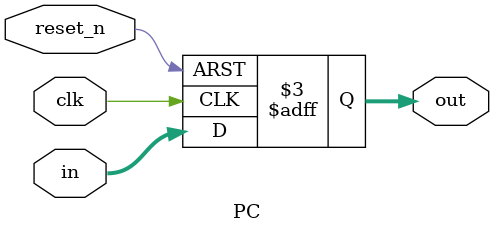
<source format=sv>
module PC(
	input bit clk,reset_n,
	input logic [31:0] in,
	output logic [31:0] out
);
	always_ff @(posedge clk or negedge reset_n) begin
		if(!reset_n)
			out <= 32'b0;
		else
			out <= in;
		
	end
endmodule

</source>
